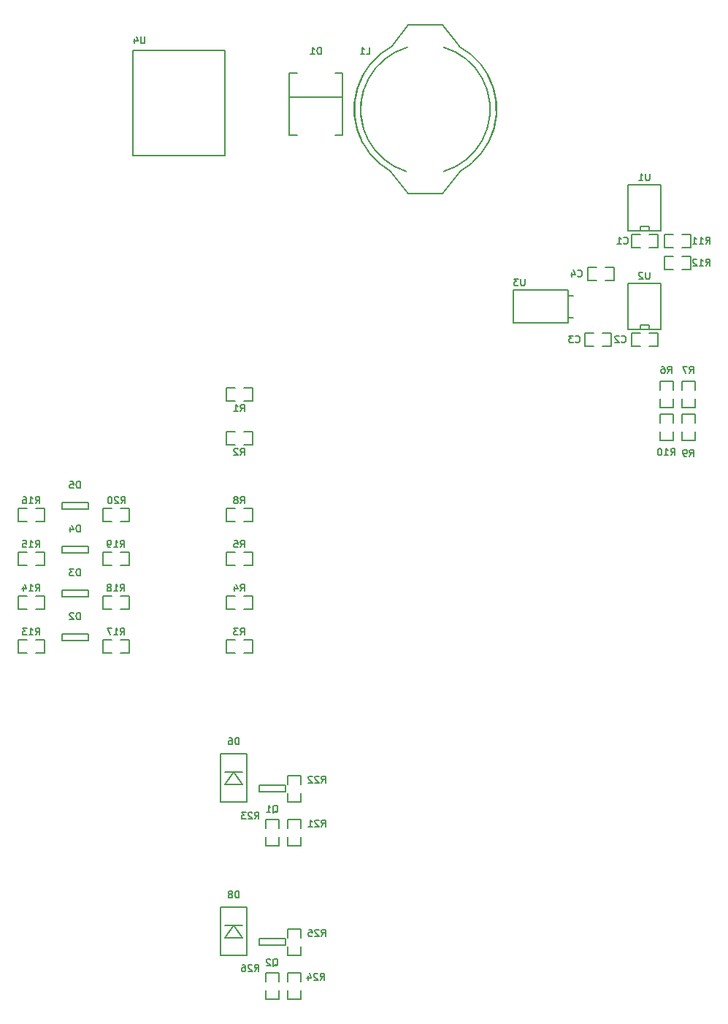
<source format=gbr>
G04 #@! TF.FileFunction,Legend,Bot*
%FSLAX46Y46*%
G04 Gerber Fmt 4.6, Leading zero omitted, Abs format (unit mm)*
G04 Created by KiCad (PCBNEW no-vcs-found) date Sun Dec 11 09:55:06 2016*
%MOMM*%
%LPD*%
G01*
G04 APERTURE LIST*
%ADD10C,0.100000*%
%ADD11C,0.150000*%
G04 APERTURE END LIST*
D10*
D11*
X182118000Y-64262000D02*
X183134000Y-64262000D01*
X183134000Y-64262000D02*
X183134000Y-62738000D01*
X183134000Y-62738000D02*
X182118000Y-62738000D01*
X181102000Y-62738000D02*
X180086000Y-62738000D01*
X180086000Y-62738000D02*
X180086000Y-64262000D01*
X180086000Y-64262000D02*
X181102000Y-64262000D01*
X180086000Y-75692000D02*
X181102000Y-75692000D01*
X180086000Y-74168000D02*
X180086000Y-75692000D01*
X181102000Y-74168000D02*
X180086000Y-74168000D01*
X183134000Y-74168000D02*
X182118000Y-74168000D01*
X183134000Y-75692000D02*
X183134000Y-74168000D01*
X182118000Y-75692000D02*
X183134000Y-75692000D01*
X174688500Y-75692000D02*
X175704500Y-75692000D01*
X174688500Y-74168000D02*
X174688500Y-75692000D01*
X175704500Y-74168000D02*
X174688500Y-74168000D01*
X177736500Y-74168000D02*
X176720500Y-74168000D01*
X177736500Y-75692000D02*
X177736500Y-74168000D01*
X176720500Y-75692000D02*
X177736500Y-75692000D01*
X177038000Y-68072000D02*
X178054000Y-68072000D01*
X178054000Y-68072000D02*
X178054000Y-66548000D01*
X178054000Y-66548000D02*
X177038000Y-66548000D01*
X176022000Y-66548000D02*
X175006000Y-66548000D01*
X175006000Y-66548000D02*
X175006000Y-68072000D01*
X175006000Y-68072000D02*
X176022000Y-68072000D01*
X146608800Y-46824900D02*
X140411200Y-46824900D01*
X146608800Y-44025820D02*
X145709640Y-44025820D01*
X140411200Y-44025820D02*
X141310360Y-44025820D01*
X140411200Y-51224180D02*
X141310360Y-51224180D01*
X146608800Y-51224180D02*
X145709640Y-51224180D01*
X146608800Y-44025820D02*
X146608800Y-51224180D01*
X140411200Y-51224180D02*
X140411200Y-44025820D01*
X117094000Y-109855000D02*
X117094000Y-109093000D01*
X114046000Y-109855000D02*
X117094000Y-109855000D01*
X114046000Y-109093000D02*
X114046000Y-109855000D01*
X117094000Y-109093000D02*
X114046000Y-109093000D01*
X117094000Y-104013000D02*
X114046000Y-104013000D01*
X114046000Y-104013000D02*
X114046000Y-104775000D01*
X114046000Y-104775000D02*
X117094000Y-104775000D01*
X117094000Y-104775000D02*
X117094000Y-104013000D01*
X117094000Y-99695000D02*
X117094000Y-98933000D01*
X114046000Y-99695000D02*
X117094000Y-99695000D01*
X114046000Y-98933000D02*
X114046000Y-99695000D01*
X117094000Y-98933000D02*
X114046000Y-98933000D01*
X117094000Y-93853000D02*
X114046000Y-93853000D01*
X114046000Y-93853000D02*
X114046000Y-94615000D01*
X114046000Y-94615000D02*
X117094000Y-94615000D01*
X117094000Y-94615000D02*
X117094000Y-93853000D01*
X132461000Y-122936000D02*
X132461000Y-128524000D01*
X135509000Y-128524000D02*
X135509000Y-122936000D01*
X132461000Y-128524000D02*
X135509000Y-128524000D01*
X135509000Y-122936000D02*
X132461000Y-122936000D01*
X135001000Y-125095000D02*
X132969000Y-125095000D01*
X135001000Y-126492000D02*
X132969000Y-126492000D01*
X132969000Y-126492000D02*
X133985000Y-125095000D01*
X133985000Y-125095000D02*
X135001000Y-126492000D01*
X133985000Y-142875000D02*
X135001000Y-144272000D01*
X132969000Y-144272000D02*
X133985000Y-142875000D01*
X135001000Y-144272000D02*
X132969000Y-144272000D01*
X135001000Y-142875000D02*
X132969000Y-142875000D01*
X135509000Y-140716000D02*
X132461000Y-140716000D01*
X132461000Y-146304000D02*
X135509000Y-146304000D01*
X135509000Y-146304000D02*
X135509000Y-140716000D01*
X132461000Y-140716000D02*
X132461000Y-146304000D01*
X158208980Y-38460680D02*
X160108900Y-40960040D01*
X152311100Y-40960040D02*
X154211020Y-38460680D01*
X160108900Y-40960040D02*
G75*
G02X163509960Y-52158900I-3898900J-7299960D01*
G01*
X160210500Y-55460900D02*
X158208980Y-58059320D01*
X154211020Y-58059320D02*
X152209500Y-55460900D01*
X152209500Y-55460900D02*
G75*
G02X149009100Y-44259500I4000500J7200900D01*
G01*
X163410900Y-44259500D02*
G75*
G02X160210500Y-55460900I-7200900J-4000500D01*
G01*
X148910040Y-52158900D02*
G75*
G02X152311100Y-40960040I7299960J3898900D01*
G01*
X158208980Y-38460680D02*
X154211020Y-38460680D01*
X158208980Y-58059320D02*
X154211020Y-58059320D01*
X163410900Y-46159420D02*
G75*
G02X158310580Y-55460900I-7200900J-2100580D01*
G01*
X158310580Y-41059100D02*
G75*
G02X163410900Y-50360580I-2100580J-7200900D01*
G01*
X154010360Y-55460900D02*
G75*
G02X149009100Y-46060360I2199640J7200900D01*
G01*
X149009100Y-50360580D02*
G75*
G02X154109420Y-41059100I7200900J2100580D01*
G01*
X136906000Y-126619000D02*
X136906000Y-127381000D01*
X139954000Y-126619000D02*
X136906000Y-126619000D01*
X139954000Y-127381000D02*
X139954000Y-126619000D01*
X136906000Y-127381000D02*
X139954000Y-127381000D01*
X136906000Y-145161000D02*
X139954000Y-145161000D01*
X139954000Y-145161000D02*
X139954000Y-144399000D01*
X139954000Y-144399000D02*
X136906000Y-144399000D01*
X136906000Y-144399000D02*
X136906000Y-145161000D01*
X134112000Y-80518000D02*
X133096000Y-80518000D01*
X133096000Y-80518000D02*
X133096000Y-82042000D01*
X133096000Y-82042000D02*
X134112000Y-82042000D01*
X135128000Y-82042000D02*
X136144000Y-82042000D01*
X136144000Y-82042000D02*
X136144000Y-80518000D01*
X136144000Y-80518000D02*
X135128000Y-80518000D01*
X136144000Y-85598000D02*
X135128000Y-85598000D01*
X136144000Y-87122000D02*
X136144000Y-85598000D01*
X135128000Y-87122000D02*
X136144000Y-87122000D01*
X133096000Y-87122000D02*
X134112000Y-87122000D01*
X133096000Y-85598000D02*
X133096000Y-87122000D01*
X134112000Y-85598000D02*
X133096000Y-85598000D01*
X133096000Y-111252000D02*
X134112000Y-111252000D01*
X133096000Y-109728000D02*
X133096000Y-111252000D01*
X134112000Y-109728000D02*
X133096000Y-109728000D01*
X136144000Y-109728000D02*
X135128000Y-109728000D01*
X136144000Y-111252000D02*
X136144000Y-109728000D01*
X135128000Y-111252000D02*
X136144000Y-111252000D01*
X133096000Y-106172000D02*
X134112000Y-106172000D01*
X133096000Y-104648000D02*
X133096000Y-106172000D01*
X134112000Y-104648000D02*
X133096000Y-104648000D01*
X136144000Y-104648000D02*
X135128000Y-104648000D01*
X136144000Y-106172000D02*
X136144000Y-104648000D01*
X135128000Y-106172000D02*
X136144000Y-106172000D01*
X135128000Y-101092000D02*
X136144000Y-101092000D01*
X136144000Y-101092000D02*
X136144000Y-99568000D01*
X136144000Y-99568000D02*
X135128000Y-99568000D01*
X134112000Y-99568000D02*
X133096000Y-99568000D01*
X133096000Y-99568000D02*
X133096000Y-101092000D01*
X133096000Y-101092000D02*
X134112000Y-101092000D01*
X184912000Y-80772000D02*
X184912000Y-79756000D01*
X184912000Y-79756000D02*
X183388000Y-79756000D01*
X183388000Y-79756000D02*
X183388000Y-80772000D01*
X183388000Y-81788000D02*
X183388000Y-82804000D01*
X183388000Y-82804000D02*
X184912000Y-82804000D01*
X184912000Y-82804000D02*
X184912000Y-81788000D01*
X187452000Y-82804000D02*
X187452000Y-81788000D01*
X185928000Y-82804000D02*
X187452000Y-82804000D01*
X185928000Y-81788000D02*
X185928000Y-82804000D01*
X185928000Y-79756000D02*
X185928000Y-80772000D01*
X187452000Y-79756000D02*
X185928000Y-79756000D01*
X187452000Y-80772000D02*
X187452000Y-79756000D01*
X135128000Y-96012000D02*
X136144000Y-96012000D01*
X136144000Y-96012000D02*
X136144000Y-94488000D01*
X136144000Y-94488000D02*
X135128000Y-94488000D01*
X134112000Y-94488000D02*
X133096000Y-94488000D01*
X133096000Y-94488000D02*
X133096000Y-96012000D01*
X133096000Y-96012000D02*
X134112000Y-96012000D01*
X187452000Y-86614000D02*
X187452000Y-85598000D01*
X185928000Y-86614000D02*
X187452000Y-86614000D01*
X185928000Y-85598000D02*
X185928000Y-86614000D01*
X185928000Y-83566000D02*
X185928000Y-84582000D01*
X187452000Y-83566000D02*
X185928000Y-83566000D01*
X187452000Y-84582000D02*
X187452000Y-83566000D01*
X184912000Y-86614000D02*
X184912000Y-85598000D01*
X183388000Y-86614000D02*
X184912000Y-86614000D01*
X183388000Y-85598000D02*
X183388000Y-86614000D01*
X183388000Y-83566000D02*
X183388000Y-84582000D01*
X184912000Y-83566000D02*
X183388000Y-83566000D01*
X184912000Y-84582000D02*
X184912000Y-83566000D01*
X186944000Y-62738000D02*
X185928000Y-62738000D01*
X186944000Y-64262000D02*
X186944000Y-62738000D01*
X185928000Y-64262000D02*
X186944000Y-64262000D01*
X183896000Y-64262000D02*
X184912000Y-64262000D01*
X183896000Y-62738000D02*
X183896000Y-64262000D01*
X184912000Y-62738000D02*
X183896000Y-62738000D01*
X184912000Y-65278000D02*
X183896000Y-65278000D01*
X183896000Y-65278000D02*
X183896000Y-66802000D01*
X183896000Y-66802000D02*
X184912000Y-66802000D01*
X185928000Y-66802000D02*
X186944000Y-66802000D01*
X186944000Y-66802000D02*
X186944000Y-65278000D01*
X186944000Y-65278000D02*
X185928000Y-65278000D01*
X112014000Y-109728000D02*
X110998000Y-109728000D01*
X112014000Y-111252000D02*
X112014000Y-109728000D01*
X110998000Y-111252000D02*
X112014000Y-111252000D01*
X108966000Y-111252000D02*
X109982000Y-111252000D01*
X108966000Y-109728000D02*
X108966000Y-111252000D01*
X109982000Y-109728000D02*
X108966000Y-109728000D01*
X109982000Y-104648000D02*
X108966000Y-104648000D01*
X108966000Y-104648000D02*
X108966000Y-106172000D01*
X108966000Y-106172000D02*
X109982000Y-106172000D01*
X110998000Y-106172000D02*
X112014000Y-106172000D01*
X112014000Y-106172000D02*
X112014000Y-104648000D01*
X112014000Y-104648000D02*
X110998000Y-104648000D01*
X112014000Y-99568000D02*
X110998000Y-99568000D01*
X112014000Y-101092000D02*
X112014000Y-99568000D01*
X110998000Y-101092000D02*
X112014000Y-101092000D01*
X108966000Y-101092000D02*
X109982000Y-101092000D01*
X108966000Y-99568000D02*
X108966000Y-101092000D01*
X109982000Y-99568000D02*
X108966000Y-99568000D01*
X112014000Y-94488000D02*
X110998000Y-94488000D01*
X112014000Y-96012000D02*
X112014000Y-94488000D01*
X110998000Y-96012000D02*
X112014000Y-96012000D01*
X108966000Y-96012000D02*
X109982000Y-96012000D01*
X108966000Y-94488000D02*
X108966000Y-96012000D01*
X109982000Y-94488000D02*
X108966000Y-94488000D01*
X120840500Y-111252000D02*
X121856500Y-111252000D01*
X121856500Y-111252000D02*
X121856500Y-109728000D01*
X121856500Y-109728000D02*
X120840500Y-109728000D01*
X119824500Y-109728000D02*
X118808500Y-109728000D01*
X118808500Y-109728000D02*
X118808500Y-111252000D01*
X118808500Y-111252000D02*
X119824500Y-111252000D01*
X120840500Y-106172000D02*
X121856500Y-106172000D01*
X121856500Y-106172000D02*
X121856500Y-104648000D01*
X121856500Y-104648000D02*
X120840500Y-104648000D01*
X119824500Y-104648000D02*
X118808500Y-104648000D01*
X118808500Y-104648000D02*
X118808500Y-106172000D01*
X118808500Y-106172000D02*
X119824500Y-106172000D01*
X120840500Y-101092000D02*
X121856500Y-101092000D01*
X121856500Y-101092000D02*
X121856500Y-99568000D01*
X121856500Y-99568000D02*
X120840500Y-99568000D01*
X119824500Y-99568000D02*
X118808500Y-99568000D01*
X118808500Y-99568000D02*
X118808500Y-101092000D01*
X118808500Y-101092000D02*
X119824500Y-101092000D01*
X118808500Y-96012000D02*
X119824500Y-96012000D01*
X118808500Y-94488000D02*
X118808500Y-96012000D01*
X119824500Y-94488000D02*
X118808500Y-94488000D01*
X121856500Y-94488000D02*
X120840500Y-94488000D01*
X121856500Y-96012000D02*
X121856500Y-94488000D01*
X120840500Y-96012000D02*
X121856500Y-96012000D01*
X140208000Y-132588000D02*
X140208000Y-133604000D01*
X140208000Y-133604000D02*
X141732000Y-133604000D01*
X141732000Y-133604000D02*
X141732000Y-132588000D01*
X141732000Y-131572000D02*
X141732000Y-130556000D01*
X141732000Y-130556000D02*
X140208000Y-130556000D01*
X140208000Y-130556000D02*
X140208000Y-131572000D01*
X140208000Y-125476000D02*
X140208000Y-126492000D01*
X141732000Y-125476000D02*
X140208000Y-125476000D01*
X141732000Y-126492000D02*
X141732000Y-125476000D01*
X141732000Y-128524000D02*
X141732000Y-127508000D01*
X140208000Y-128524000D02*
X141732000Y-128524000D01*
X140208000Y-127508000D02*
X140208000Y-128524000D01*
X137668000Y-130556000D02*
X137668000Y-131572000D01*
X139192000Y-130556000D02*
X137668000Y-130556000D01*
X139192000Y-131572000D02*
X139192000Y-130556000D01*
X139192000Y-133604000D02*
X139192000Y-132588000D01*
X137668000Y-133604000D02*
X139192000Y-133604000D01*
X137668000Y-132588000D02*
X137668000Y-133604000D01*
X140208000Y-150368000D02*
X140208000Y-151384000D01*
X140208000Y-151384000D02*
X141732000Y-151384000D01*
X141732000Y-151384000D02*
X141732000Y-150368000D01*
X141732000Y-149352000D02*
X141732000Y-148336000D01*
X141732000Y-148336000D02*
X140208000Y-148336000D01*
X140208000Y-148336000D02*
X140208000Y-149352000D01*
X140208000Y-145288000D02*
X140208000Y-146304000D01*
X140208000Y-146304000D02*
X141732000Y-146304000D01*
X141732000Y-146304000D02*
X141732000Y-145288000D01*
X141732000Y-144272000D02*
X141732000Y-143256000D01*
X141732000Y-143256000D02*
X140208000Y-143256000D01*
X140208000Y-143256000D02*
X140208000Y-144272000D01*
X137668000Y-150368000D02*
X137668000Y-151384000D01*
X137668000Y-151384000D02*
X139192000Y-151384000D01*
X139192000Y-151384000D02*
X139192000Y-150368000D01*
X139192000Y-149352000D02*
X139192000Y-148336000D01*
X139192000Y-148336000D02*
X137668000Y-148336000D01*
X137668000Y-148336000D02*
X137668000Y-149352000D01*
X183515000Y-57023000D02*
X179705000Y-57023000D01*
X181102000Y-61849000D02*
X181102000Y-62357000D01*
X182118000Y-61849000D02*
X181102000Y-61849000D01*
X182118000Y-62357000D02*
X182118000Y-61849000D01*
X183515000Y-62357000D02*
X179832000Y-62357000D01*
X183515000Y-57023000D02*
X183515000Y-62357000D01*
X179705000Y-62357000D02*
X179705000Y-57023000D01*
X179832000Y-62357000D02*
X179705000Y-62357000D01*
X179832000Y-73787000D02*
X179705000Y-73787000D01*
X179705000Y-73787000D02*
X179705000Y-68453000D01*
X183515000Y-68453000D02*
X183515000Y-73787000D01*
X183515000Y-73787000D02*
X179832000Y-73787000D01*
X182118000Y-73787000D02*
X182118000Y-73279000D01*
X182118000Y-73279000D02*
X181102000Y-73279000D01*
X181102000Y-73279000D02*
X181102000Y-73787000D01*
X183515000Y-68453000D02*
X179705000Y-68453000D01*
X172720000Y-69850000D02*
X173355000Y-69850000D01*
X172720000Y-72390000D02*
X173355000Y-72390000D01*
X166370000Y-73025000D02*
X172720000Y-73025000D01*
X172720000Y-73025000D02*
X172720000Y-69215000D01*
X172720000Y-69215000D02*
X166370000Y-69215000D01*
X166370000Y-69215000D02*
X166370000Y-73025000D01*
X122288000Y-53576000D02*
X132956000Y-53576000D01*
X132956000Y-53576000D02*
X132956000Y-41384000D01*
X132956000Y-41384000D02*
X122288000Y-41384000D01*
X122288000Y-41384000D02*
X122288000Y-53576000D01*
X179203333Y-63785714D02*
X179241428Y-63823809D01*
X179355714Y-63861904D01*
X179431904Y-63861904D01*
X179546190Y-63823809D01*
X179622380Y-63747619D01*
X179660476Y-63671428D01*
X179698571Y-63519047D01*
X179698571Y-63404761D01*
X179660476Y-63252380D01*
X179622380Y-63176190D01*
X179546190Y-63100000D01*
X179431904Y-63061904D01*
X179355714Y-63061904D01*
X179241428Y-63100000D01*
X179203333Y-63138095D01*
X178441428Y-63861904D02*
X178898571Y-63861904D01*
X178670000Y-63861904D02*
X178670000Y-63061904D01*
X178746190Y-63176190D01*
X178822380Y-63252380D01*
X178898571Y-63290476D01*
X178949333Y-75215714D02*
X178987428Y-75253809D01*
X179101714Y-75291904D01*
X179177904Y-75291904D01*
X179292190Y-75253809D01*
X179368380Y-75177619D01*
X179406476Y-75101428D01*
X179444571Y-74949047D01*
X179444571Y-74834761D01*
X179406476Y-74682380D01*
X179368380Y-74606190D01*
X179292190Y-74530000D01*
X179177904Y-74491904D01*
X179101714Y-74491904D01*
X178987428Y-74530000D01*
X178949333Y-74568095D01*
X178644571Y-74568095D02*
X178606476Y-74530000D01*
X178530285Y-74491904D01*
X178339809Y-74491904D01*
X178263619Y-74530000D01*
X178225523Y-74568095D01*
X178187428Y-74644285D01*
X178187428Y-74720476D01*
X178225523Y-74834761D01*
X178682666Y-75291904D01*
X178187428Y-75291904D01*
X173615333Y-75215714D02*
X173653428Y-75253809D01*
X173767714Y-75291904D01*
X173843904Y-75291904D01*
X173958190Y-75253809D01*
X174034380Y-75177619D01*
X174072476Y-75101428D01*
X174110571Y-74949047D01*
X174110571Y-74834761D01*
X174072476Y-74682380D01*
X174034380Y-74606190D01*
X173958190Y-74530000D01*
X173843904Y-74491904D01*
X173767714Y-74491904D01*
X173653428Y-74530000D01*
X173615333Y-74568095D01*
X173348666Y-74491904D02*
X172853428Y-74491904D01*
X173120095Y-74796666D01*
X173005809Y-74796666D01*
X172929619Y-74834761D01*
X172891523Y-74872857D01*
X172853428Y-74949047D01*
X172853428Y-75139523D01*
X172891523Y-75215714D01*
X172929619Y-75253809D01*
X173005809Y-75291904D01*
X173234380Y-75291904D01*
X173310571Y-75253809D01*
X173348666Y-75215714D01*
X173869333Y-67595714D02*
X173907428Y-67633809D01*
X174021714Y-67671904D01*
X174097904Y-67671904D01*
X174212190Y-67633809D01*
X174288380Y-67557619D01*
X174326476Y-67481428D01*
X174364571Y-67329047D01*
X174364571Y-67214761D01*
X174326476Y-67062380D01*
X174288380Y-66986190D01*
X174212190Y-66910000D01*
X174097904Y-66871904D01*
X174021714Y-66871904D01*
X173907428Y-66910000D01*
X173869333Y-66948095D01*
X173183619Y-67138571D02*
X173183619Y-67671904D01*
X173374095Y-66833809D02*
X173564571Y-67405238D01*
X173069333Y-67405238D01*
X144100476Y-41890904D02*
X144100476Y-41090904D01*
X143910000Y-41090904D01*
X143795714Y-41129000D01*
X143719523Y-41205190D01*
X143681428Y-41281380D01*
X143643333Y-41433761D01*
X143643333Y-41548047D01*
X143681428Y-41700428D01*
X143719523Y-41776619D01*
X143795714Y-41852809D01*
X143910000Y-41890904D01*
X144100476Y-41890904D01*
X142881428Y-41890904D02*
X143338571Y-41890904D01*
X143110000Y-41890904D02*
X143110000Y-41090904D01*
X143186190Y-41205190D01*
X143262380Y-41281380D01*
X143338571Y-41319476D01*
X116160476Y-107422904D02*
X116160476Y-106622904D01*
X115970000Y-106622904D01*
X115855714Y-106661000D01*
X115779523Y-106737190D01*
X115741428Y-106813380D01*
X115703333Y-106965761D01*
X115703333Y-107080047D01*
X115741428Y-107232428D01*
X115779523Y-107308619D01*
X115855714Y-107384809D01*
X115970000Y-107422904D01*
X116160476Y-107422904D01*
X115398571Y-106699095D02*
X115360476Y-106661000D01*
X115284285Y-106622904D01*
X115093809Y-106622904D01*
X115017619Y-106661000D01*
X114979523Y-106699095D01*
X114941428Y-106775285D01*
X114941428Y-106851476D01*
X114979523Y-106965761D01*
X115436666Y-107422904D01*
X114941428Y-107422904D01*
X116160476Y-102342904D02*
X116160476Y-101542904D01*
X115970000Y-101542904D01*
X115855714Y-101581000D01*
X115779523Y-101657190D01*
X115741428Y-101733380D01*
X115703333Y-101885761D01*
X115703333Y-102000047D01*
X115741428Y-102152428D01*
X115779523Y-102228619D01*
X115855714Y-102304809D01*
X115970000Y-102342904D01*
X116160476Y-102342904D01*
X115436666Y-101542904D02*
X114941428Y-101542904D01*
X115208095Y-101847666D01*
X115093809Y-101847666D01*
X115017619Y-101885761D01*
X114979523Y-101923857D01*
X114941428Y-102000047D01*
X114941428Y-102190523D01*
X114979523Y-102266714D01*
X115017619Y-102304809D01*
X115093809Y-102342904D01*
X115322380Y-102342904D01*
X115398571Y-102304809D01*
X115436666Y-102266714D01*
X116160476Y-97262904D02*
X116160476Y-96462904D01*
X115970000Y-96462904D01*
X115855714Y-96501000D01*
X115779523Y-96577190D01*
X115741428Y-96653380D01*
X115703333Y-96805761D01*
X115703333Y-96920047D01*
X115741428Y-97072428D01*
X115779523Y-97148619D01*
X115855714Y-97224809D01*
X115970000Y-97262904D01*
X116160476Y-97262904D01*
X115017619Y-96729571D02*
X115017619Y-97262904D01*
X115208095Y-96424809D02*
X115398571Y-96996238D01*
X114903333Y-96996238D01*
X116160476Y-92182904D02*
X116160476Y-91382904D01*
X115970000Y-91382904D01*
X115855714Y-91421000D01*
X115779523Y-91497190D01*
X115741428Y-91573380D01*
X115703333Y-91725761D01*
X115703333Y-91840047D01*
X115741428Y-91992428D01*
X115779523Y-92068619D01*
X115855714Y-92144809D01*
X115970000Y-92182904D01*
X116160476Y-92182904D01*
X114979523Y-91382904D02*
X115360476Y-91382904D01*
X115398571Y-91763857D01*
X115360476Y-91725761D01*
X115284285Y-91687666D01*
X115093809Y-91687666D01*
X115017619Y-91725761D01*
X114979523Y-91763857D01*
X114941428Y-91840047D01*
X114941428Y-92030523D01*
X114979523Y-92106714D01*
X115017619Y-92144809D01*
X115093809Y-92182904D01*
X115284285Y-92182904D01*
X115360476Y-92144809D01*
X115398571Y-92106714D01*
X134575476Y-121900904D02*
X134575476Y-121100904D01*
X134385000Y-121100904D01*
X134270714Y-121139000D01*
X134194523Y-121215190D01*
X134156428Y-121291380D01*
X134118333Y-121443761D01*
X134118333Y-121558047D01*
X134156428Y-121710428D01*
X134194523Y-121786619D01*
X134270714Y-121862809D01*
X134385000Y-121900904D01*
X134575476Y-121900904D01*
X133432619Y-121100904D02*
X133585000Y-121100904D01*
X133661190Y-121139000D01*
X133699285Y-121177095D01*
X133775476Y-121291380D01*
X133813571Y-121443761D01*
X133813571Y-121748523D01*
X133775476Y-121824714D01*
X133737380Y-121862809D01*
X133661190Y-121900904D01*
X133508809Y-121900904D01*
X133432619Y-121862809D01*
X133394523Y-121824714D01*
X133356428Y-121748523D01*
X133356428Y-121558047D01*
X133394523Y-121481857D01*
X133432619Y-121443761D01*
X133508809Y-121405666D01*
X133661190Y-121405666D01*
X133737380Y-121443761D01*
X133775476Y-121481857D01*
X133813571Y-121558047D01*
X134575476Y-139680904D02*
X134575476Y-138880904D01*
X134385000Y-138880904D01*
X134270714Y-138919000D01*
X134194523Y-138995190D01*
X134156428Y-139071380D01*
X134118333Y-139223761D01*
X134118333Y-139338047D01*
X134156428Y-139490428D01*
X134194523Y-139566619D01*
X134270714Y-139642809D01*
X134385000Y-139680904D01*
X134575476Y-139680904D01*
X133661190Y-139223761D02*
X133737380Y-139185666D01*
X133775476Y-139147571D01*
X133813571Y-139071380D01*
X133813571Y-139033285D01*
X133775476Y-138957095D01*
X133737380Y-138919000D01*
X133661190Y-138880904D01*
X133508809Y-138880904D01*
X133432619Y-138919000D01*
X133394523Y-138957095D01*
X133356428Y-139033285D01*
X133356428Y-139071380D01*
X133394523Y-139147571D01*
X133432619Y-139185666D01*
X133508809Y-139223761D01*
X133661190Y-139223761D01*
X133737380Y-139261857D01*
X133775476Y-139299952D01*
X133813571Y-139376142D01*
X133813571Y-139528523D01*
X133775476Y-139604714D01*
X133737380Y-139642809D01*
X133661190Y-139680904D01*
X133508809Y-139680904D01*
X133432619Y-139642809D01*
X133394523Y-139604714D01*
X133356428Y-139528523D01*
X133356428Y-139376142D01*
X133394523Y-139299952D01*
X133432619Y-139261857D01*
X133508809Y-139223761D01*
X149358333Y-41890904D02*
X149739285Y-41890904D01*
X149739285Y-41090904D01*
X148672619Y-41890904D02*
X149129761Y-41890904D01*
X148901190Y-41890904D02*
X148901190Y-41090904D01*
X148977380Y-41205190D01*
X149053571Y-41281380D01*
X149129761Y-41319476D01*
X138506190Y-129851095D02*
X138582380Y-129813000D01*
X138658571Y-129736809D01*
X138772857Y-129622523D01*
X138849047Y-129584428D01*
X138925238Y-129584428D01*
X138887142Y-129774904D02*
X138963333Y-129736809D01*
X139039523Y-129660619D01*
X139077619Y-129508238D01*
X139077619Y-129241571D01*
X139039523Y-129089190D01*
X138963333Y-129013000D01*
X138887142Y-128974904D01*
X138734761Y-128974904D01*
X138658571Y-129013000D01*
X138582380Y-129089190D01*
X138544285Y-129241571D01*
X138544285Y-129508238D01*
X138582380Y-129660619D01*
X138658571Y-129736809D01*
X138734761Y-129774904D01*
X138887142Y-129774904D01*
X137782380Y-129774904D02*
X138239523Y-129774904D01*
X138010952Y-129774904D02*
X138010952Y-128974904D01*
X138087142Y-129089190D01*
X138163333Y-129165380D01*
X138239523Y-129203476D01*
X138506190Y-147631095D02*
X138582380Y-147593000D01*
X138658571Y-147516809D01*
X138772857Y-147402523D01*
X138849047Y-147364428D01*
X138925238Y-147364428D01*
X138887142Y-147554904D02*
X138963333Y-147516809D01*
X139039523Y-147440619D01*
X139077619Y-147288238D01*
X139077619Y-147021571D01*
X139039523Y-146869190D01*
X138963333Y-146793000D01*
X138887142Y-146754904D01*
X138734761Y-146754904D01*
X138658571Y-146793000D01*
X138582380Y-146869190D01*
X138544285Y-147021571D01*
X138544285Y-147288238D01*
X138582380Y-147440619D01*
X138658571Y-147516809D01*
X138734761Y-147554904D01*
X138887142Y-147554904D01*
X138239523Y-146831095D02*
X138201428Y-146793000D01*
X138125238Y-146754904D01*
X137934761Y-146754904D01*
X137858571Y-146793000D01*
X137820476Y-146831095D01*
X137782380Y-146907285D01*
X137782380Y-146983476D01*
X137820476Y-147097761D01*
X138277619Y-147554904D01*
X137782380Y-147554904D01*
X134753333Y-83292904D02*
X135020000Y-82911952D01*
X135210476Y-83292904D02*
X135210476Y-82492904D01*
X134905714Y-82492904D01*
X134829523Y-82531000D01*
X134791428Y-82569095D01*
X134753333Y-82645285D01*
X134753333Y-82759571D01*
X134791428Y-82835761D01*
X134829523Y-82873857D01*
X134905714Y-82911952D01*
X135210476Y-82911952D01*
X133991428Y-83292904D02*
X134448571Y-83292904D01*
X134220000Y-83292904D02*
X134220000Y-82492904D01*
X134296190Y-82607190D01*
X134372380Y-82683380D01*
X134448571Y-82721476D01*
X134753333Y-88372904D02*
X135020000Y-87991952D01*
X135210476Y-88372904D02*
X135210476Y-87572904D01*
X134905714Y-87572904D01*
X134829523Y-87611000D01*
X134791428Y-87649095D01*
X134753333Y-87725285D01*
X134753333Y-87839571D01*
X134791428Y-87915761D01*
X134829523Y-87953857D01*
X134905714Y-87991952D01*
X135210476Y-87991952D01*
X134448571Y-87649095D02*
X134410476Y-87611000D01*
X134334285Y-87572904D01*
X134143809Y-87572904D01*
X134067619Y-87611000D01*
X134029523Y-87649095D01*
X133991428Y-87725285D01*
X133991428Y-87801476D01*
X134029523Y-87915761D01*
X134486666Y-88372904D01*
X133991428Y-88372904D01*
X134753333Y-109200904D02*
X135020000Y-108819952D01*
X135210476Y-109200904D02*
X135210476Y-108400904D01*
X134905714Y-108400904D01*
X134829523Y-108439000D01*
X134791428Y-108477095D01*
X134753333Y-108553285D01*
X134753333Y-108667571D01*
X134791428Y-108743761D01*
X134829523Y-108781857D01*
X134905714Y-108819952D01*
X135210476Y-108819952D01*
X134486666Y-108400904D02*
X133991428Y-108400904D01*
X134258095Y-108705666D01*
X134143809Y-108705666D01*
X134067619Y-108743761D01*
X134029523Y-108781857D01*
X133991428Y-108858047D01*
X133991428Y-109048523D01*
X134029523Y-109124714D01*
X134067619Y-109162809D01*
X134143809Y-109200904D01*
X134372380Y-109200904D01*
X134448571Y-109162809D01*
X134486666Y-109124714D01*
X134753333Y-104120904D02*
X135020000Y-103739952D01*
X135210476Y-104120904D02*
X135210476Y-103320904D01*
X134905714Y-103320904D01*
X134829523Y-103359000D01*
X134791428Y-103397095D01*
X134753333Y-103473285D01*
X134753333Y-103587571D01*
X134791428Y-103663761D01*
X134829523Y-103701857D01*
X134905714Y-103739952D01*
X135210476Y-103739952D01*
X134067619Y-103587571D02*
X134067619Y-104120904D01*
X134258095Y-103282809D02*
X134448571Y-103854238D01*
X133953333Y-103854238D01*
X134753333Y-99040904D02*
X135020000Y-98659952D01*
X135210476Y-99040904D02*
X135210476Y-98240904D01*
X134905714Y-98240904D01*
X134829523Y-98279000D01*
X134791428Y-98317095D01*
X134753333Y-98393285D01*
X134753333Y-98507571D01*
X134791428Y-98583761D01*
X134829523Y-98621857D01*
X134905714Y-98659952D01*
X135210476Y-98659952D01*
X134029523Y-98240904D02*
X134410476Y-98240904D01*
X134448571Y-98621857D01*
X134410476Y-98583761D01*
X134334285Y-98545666D01*
X134143809Y-98545666D01*
X134067619Y-98583761D01*
X134029523Y-98621857D01*
X133991428Y-98698047D01*
X133991428Y-98888523D01*
X134029523Y-98964714D01*
X134067619Y-99002809D01*
X134143809Y-99040904D01*
X134334285Y-99040904D01*
X134410476Y-99002809D01*
X134448571Y-98964714D01*
X184283333Y-78847904D02*
X184550000Y-78466952D01*
X184740476Y-78847904D02*
X184740476Y-78047904D01*
X184435714Y-78047904D01*
X184359523Y-78086000D01*
X184321428Y-78124095D01*
X184283333Y-78200285D01*
X184283333Y-78314571D01*
X184321428Y-78390761D01*
X184359523Y-78428857D01*
X184435714Y-78466952D01*
X184740476Y-78466952D01*
X183597619Y-78047904D02*
X183750000Y-78047904D01*
X183826190Y-78086000D01*
X183864285Y-78124095D01*
X183940476Y-78238380D01*
X183978571Y-78390761D01*
X183978571Y-78695523D01*
X183940476Y-78771714D01*
X183902380Y-78809809D01*
X183826190Y-78847904D01*
X183673809Y-78847904D01*
X183597619Y-78809809D01*
X183559523Y-78771714D01*
X183521428Y-78695523D01*
X183521428Y-78505047D01*
X183559523Y-78428857D01*
X183597619Y-78390761D01*
X183673809Y-78352666D01*
X183826190Y-78352666D01*
X183902380Y-78390761D01*
X183940476Y-78428857D01*
X183978571Y-78505047D01*
X186823333Y-78847904D02*
X187090000Y-78466952D01*
X187280476Y-78847904D02*
X187280476Y-78047904D01*
X186975714Y-78047904D01*
X186899523Y-78086000D01*
X186861428Y-78124095D01*
X186823333Y-78200285D01*
X186823333Y-78314571D01*
X186861428Y-78390761D01*
X186899523Y-78428857D01*
X186975714Y-78466952D01*
X187280476Y-78466952D01*
X186556666Y-78047904D02*
X186023333Y-78047904D01*
X186366190Y-78847904D01*
X134753333Y-93960904D02*
X135020000Y-93579952D01*
X135210476Y-93960904D02*
X135210476Y-93160904D01*
X134905714Y-93160904D01*
X134829523Y-93199000D01*
X134791428Y-93237095D01*
X134753333Y-93313285D01*
X134753333Y-93427571D01*
X134791428Y-93503761D01*
X134829523Y-93541857D01*
X134905714Y-93579952D01*
X135210476Y-93579952D01*
X134296190Y-93503761D02*
X134372380Y-93465666D01*
X134410476Y-93427571D01*
X134448571Y-93351380D01*
X134448571Y-93313285D01*
X134410476Y-93237095D01*
X134372380Y-93199000D01*
X134296190Y-93160904D01*
X134143809Y-93160904D01*
X134067619Y-93199000D01*
X134029523Y-93237095D01*
X133991428Y-93313285D01*
X133991428Y-93351380D01*
X134029523Y-93427571D01*
X134067619Y-93465666D01*
X134143809Y-93503761D01*
X134296190Y-93503761D01*
X134372380Y-93541857D01*
X134410476Y-93579952D01*
X134448571Y-93656142D01*
X134448571Y-93808523D01*
X134410476Y-93884714D01*
X134372380Y-93922809D01*
X134296190Y-93960904D01*
X134143809Y-93960904D01*
X134067619Y-93922809D01*
X134029523Y-93884714D01*
X133991428Y-93808523D01*
X133991428Y-93656142D01*
X134029523Y-93579952D01*
X134067619Y-93541857D01*
X134143809Y-93503761D01*
X186823333Y-88499904D02*
X187090000Y-88118952D01*
X187280476Y-88499904D02*
X187280476Y-87699904D01*
X186975714Y-87699904D01*
X186899523Y-87738000D01*
X186861428Y-87776095D01*
X186823333Y-87852285D01*
X186823333Y-87966571D01*
X186861428Y-88042761D01*
X186899523Y-88080857D01*
X186975714Y-88118952D01*
X187280476Y-88118952D01*
X186442380Y-88499904D02*
X186290000Y-88499904D01*
X186213809Y-88461809D01*
X186175714Y-88423714D01*
X186099523Y-88309428D01*
X186061428Y-88157047D01*
X186061428Y-87852285D01*
X186099523Y-87776095D01*
X186137619Y-87738000D01*
X186213809Y-87699904D01*
X186366190Y-87699904D01*
X186442380Y-87738000D01*
X186480476Y-87776095D01*
X186518571Y-87852285D01*
X186518571Y-88042761D01*
X186480476Y-88118952D01*
X186442380Y-88157047D01*
X186366190Y-88195142D01*
X186213809Y-88195142D01*
X186137619Y-88157047D01*
X186099523Y-88118952D01*
X186061428Y-88042761D01*
X184664285Y-88372904D02*
X184930952Y-87991952D01*
X185121428Y-88372904D02*
X185121428Y-87572904D01*
X184816666Y-87572904D01*
X184740476Y-87611000D01*
X184702380Y-87649095D01*
X184664285Y-87725285D01*
X184664285Y-87839571D01*
X184702380Y-87915761D01*
X184740476Y-87953857D01*
X184816666Y-87991952D01*
X185121428Y-87991952D01*
X183902380Y-88372904D02*
X184359523Y-88372904D01*
X184130952Y-88372904D02*
X184130952Y-87572904D01*
X184207142Y-87687190D01*
X184283333Y-87763380D01*
X184359523Y-87801476D01*
X183407142Y-87572904D02*
X183330952Y-87572904D01*
X183254761Y-87611000D01*
X183216666Y-87649095D01*
X183178571Y-87725285D01*
X183140476Y-87877666D01*
X183140476Y-88068142D01*
X183178571Y-88220523D01*
X183216666Y-88296714D01*
X183254761Y-88334809D01*
X183330952Y-88372904D01*
X183407142Y-88372904D01*
X183483333Y-88334809D01*
X183521428Y-88296714D01*
X183559523Y-88220523D01*
X183597619Y-88068142D01*
X183597619Y-87877666D01*
X183559523Y-87725285D01*
X183521428Y-87649095D01*
X183483333Y-87611000D01*
X183407142Y-87572904D01*
X188728285Y-63861904D02*
X188994952Y-63480952D01*
X189185428Y-63861904D02*
X189185428Y-63061904D01*
X188880666Y-63061904D01*
X188804476Y-63100000D01*
X188766380Y-63138095D01*
X188728285Y-63214285D01*
X188728285Y-63328571D01*
X188766380Y-63404761D01*
X188804476Y-63442857D01*
X188880666Y-63480952D01*
X189185428Y-63480952D01*
X187966380Y-63861904D02*
X188423523Y-63861904D01*
X188194952Y-63861904D02*
X188194952Y-63061904D01*
X188271142Y-63176190D01*
X188347333Y-63252380D01*
X188423523Y-63290476D01*
X187204476Y-63861904D02*
X187661619Y-63861904D01*
X187433047Y-63861904D02*
X187433047Y-63061904D01*
X187509238Y-63176190D01*
X187585428Y-63252380D01*
X187661619Y-63290476D01*
X188728285Y-66401904D02*
X188994952Y-66020952D01*
X189185428Y-66401904D02*
X189185428Y-65601904D01*
X188880666Y-65601904D01*
X188804476Y-65640000D01*
X188766380Y-65678095D01*
X188728285Y-65754285D01*
X188728285Y-65868571D01*
X188766380Y-65944761D01*
X188804476Y-65982857D01*
X188880666Y-66020952D01*
X189185428Y-66020952D01*
X187966380Y-66401904D02*
X188423523Y-66401904D01*
X188194952Y-66401904D02*
X188194952Y-65601904D01*
X188271142Y-65716190D01*
X188347333Y-65792380D01*
X188423523Y-65830476D01*
X187661619Y-65678095D02*
X187623523Y-65640000D01*
X187547333Y-65601904D01*
X187356857Y-65601904D01*
X187280666Y-65640000D01*
X187242571Y-65678095D01*
X187204476Y-65754285D01*
X187204476Y-65830476D01*
X187242571Y-65944761D01*
X187699714Y-66401904D01*
X187204476Y-66401904D01*
X111004285Y-109200904D02*
X111270952Y-108819952D01*
X111461428Y-109200904D02*
X111461428Y-108400904D01*
X111156666Y-108400904D01*
X111080476Y-108439000D01*
X111042380Y-108477095D01*
X111004285Y-108553285D01*
X111004285Y-108667571D01*
X111042380Y-108743761D01*
X111080476Y-108781857D01*
X111156666Y-108819952D01*
X111461428Y-108819952D01*
X110242380Y-109200904D02*
X110699523Y-109200904D01*
X110470952Y-109200904D02*
X110470952Y-108400904D01*
X110547142Y-108515190D01*
X110623333Y-108591380D01*
X110699523Y-108629476D01*
X109975714Y-108400904D02*
X109480476Y-108400904D01*
X109747142Y-108705666D01*
X109632857Y-108705666D01*
X109556666Y-108743761D01*
X109518571Y-108781857D01*
X109480476Y-108858047D01*
X109480476Y-109048523D01*
X109518571Y-109124714D01*
X109556666Y-109162809D01*
X109632857Y-109200904D01*
X109861428Y-109200904D01*
X109937619Y-109162809D01*
X109975714Y-109124714D01*
X111004285Y-104120904D02*
X111270952Y-103739952D01*
X111461428Y-104120904D02*
X111461428Y-103320904D01*
X111156666Y-103320904D01*
X111080476Y-103359000D01*
X111042380Y-103397095D01*
X111004285Y-103473285D01*
X111004285Y-103587571D01*
X111042380Y-103663761D01*
X111080476Y-103701857D01*
X111156666Y-103739952D01*
X111461428Y-103739952D01*
X110242380Y-104120904D02*
X110699523Y-104120904D01*
X110470952Y-104120904D02*
X110470952Y-103320904D01*
X110547142Y-103435190D01*
X110623333Y-103511380D01*
X110699523Y-103549476D01*
X109556666Y-103587571D02*
X109556666Y-104120904D01*
X109747142Y-103282809D02*
X109937619Y-103854238D01*
X109442380Y-103854238D01*
X111004285Y-99040904D02*
X111270952Y-98659952D01*
X111461428Y-99040904D02*
X111461428Y-98240904D01*
X111156666Y-98240904D01*
X111080476Y-98279000D01*
X111042380Y-98317095D01*
X111004285Y-98393285D01*
X111004285Y-98507571D01*
X111042380Y-98583761D01*
X111080476Y-98621857D01*
X111156666Y-98659952D01*
X111461428Y-98659952D01*
X110242380Y-99040904D02*
X110699523Y-99040904D01*
X110470952Y-99040904D02*
X110470952Y-98240904D01*
X110547142Y-98355190D01*
X110623333Y-98431380D01*
X110699523Y-98469476D01*
X109518571Y-98240904D02*
X109899523Y-98240904D01*
X109937619Y-98621857D01*
X109899523Y-98583761D01*
X109823333Y-98545666D01*
X109632857Y-98545666D01*
X109556666Y-98583761D01*
X109518571Y-98621857D01*
X109480476Y-98698047D01*
X109480476Y-98888523D01*
X109518571Y-98964714D01*
X109556666Y-99002809D01*
X109632857Y-99040904D01*
X109823333Y-99040904D01*
X109899523Y-99002809D01*
X109937619Y-98964714D01*
X111004285Y-93960904D02*
X111270952Y-93579952D01*
X111461428Y-93960904D02*
X111461428Y-93160904D01*
X111156666Y-93160904D01*
X111080476Y-93199000D01*
X111042380Y-93237095D01*
X111004285Y-93313285D01*
X111004285Y-93427571D01*
X111042380Y-93503761D01*
X111080476Y-93541857D01*
X111156666Y-93579952D01*
X111461428Y-93579952D01*
X110242380Y-93960904D02*
X110699523Y-93960904D01*
X110470952Y-93960904D02*
X110470952Y-93160904D01*
X110547142Y-93275190D01*
X110623333Y-93351380D01*
X110699523Y-93389476D01*
X109556666Y-93160904D02*
X109709047Y-93160904D01*
X109785238Y-93199000D01*
X109823333Y-93237095D01*
X109899523Y-93351380D01*
X109937619Y-93503761D01*
X109937619Y-93808523D01*
X109899523Y-93884714D01*
X109861428Y-93922809D01*
X109785238Y-93960904D01*
X109632857Y-93960904D01*
X109556666Y-93922809D01*
X109518571Y-93884714D01*
X109480476Y-93808523D01*
X109480476Y-93618047D01*
X109518571Y-93541857D01*
X109556666Y-93503761D01*
X109632857Y-93465666D01*
X109785238Y-93465666D01*
X109861428Y-93503761D01*
X109899523Y-93541857D01*
X109937619Y-93618047D01*
X120846785Y-109200904D02*
X121113452Y-108819952D01*
X121303928Y-109200904D02*
X121303928Y-108400904D01*
X120999166Y-108400904D01*
X120922976Y-108439000D01*
X120884880Y-108477095D01*
X120846785Y-108553285D01*
X120846785Y-108667571D01*
X120884880Y-108743761D01*
X120922976Y-108781857D01*
X120999166Y-108819952D01*
X121303928Y-108819952D01*
X120084880Y-109200904D02*
X120542023Y-109200904D01*
X120313452Y-109200904D02*
X120313452Y-108400904D01*
X120389642Y-108515190D01*
X120465833Y-108591380D01*
X120542023Y-108629476D01*
X119818214Y-108400904D02*
X119284880Y-108400904D01*
X119627738Y-109200904D01*
X120846785Y-104120904D02*
X121113452Y-103739952D01*
X121303928Y-104120904D02*
X121303928Y-103320904D01*
X120999166Y-103320904D01*
X120922976Y-103359000D01*
X120884880Y-103397095D01*
X120846785Y-103473285D01*
X120846785Y-103587571D01*
X120884880Y-103663761D01*
X120922976Y-103701857D01*
X120999166Y-103739952D01*
X121303928Y-103739952D01*
X120084880Y-104120904D02*
X120542023Y-104120904D01*
X120313452Y-104120904D02*
X120313452Y-103320904D01*
X120389642Y-103435190D01*
X120465833Y-103511380D01*
X120542023Y-103549476D01*
X119627738Y-103663761D02*
X119703928Y-103625666D01*
X119742023Y-103587571D01*
X119780119Y-103511380D01*
X119780119Y-103473285D01*
X119742023Y-103397095D01*
X119703928Y-103359000D01*
X119627738Y-103320904D01*
X119475357Y-103320904D01*
X119399166Y-103359000D01*
X119361071Y-103397095D01*
X119322976Y-103473285D01*
X119322976Y-103511380D01*
X119361071Y-103587571D01*
X119399166Y-103625666D01*
X119475357Y-103663761D01*
X119627738Y-103663761D01*
X119703928Y-103701857D01*
X119742023Y-103739952D01*
X119780119Y-103816142D01*
X119780119Y-103968523D01*
X119742023Y-104044714D01*
X119703928Y-104082809D01*
X119627738Y-104120904D01*
X119475357Y-104120904D01*
X119399166Y-104082809D01*
X119361071Y-104044714D01*
X119322976Y-103968523D01*
X119322976Y-103816142D01*
X119361071Y-103739952D01*
X119399166Y-103701857D01*
X119475357Y-103663761D01*
X120846785Y-99040904D02*
X121113452Y-98659952D01*
X121303928Y-99040904D02*
X121303928Y-98240904D01*
X120999166Y-98240904D01*
X120922976Y-98279000D01*
X120884880Y-98317095D01*
X120846785Y-98393285D01*
X120846785Y-98507571D01*
X120884880Y-98583761D01*
X120922976Y-98621857D01*
X120999166Y-98659952D01*
X121303928Y-98659952D01*
X120084880Y-99040904D02*
X120542023Y-99040904D01*
X120313452Y-99040904D02*
X120313452Y-98240904D01*
X120389642Y-98355190D01*
X120465833Y-98431380D01*
X120542023Y-98469476D01*
X119703928Y-99040904D02*
X119551547Y-99040904D01*
X119475357Y-99002809D01*
X119437261Y-98964714D01*
X119361071Y-98850428D01*
X119322976Y-98698047D01*
X119322976Y-98393285D01*
X119361071Y-98317095D01*
X119399166Y-98279000D01*
X119475357Y-98240904D01*
X119627738Y-98240904D01*
X119703928Y-98279000D01*
X119742023Y-98317095D01*
X119780119Y-98393285D01*
X119780119Y-98583761D01*
X119742023Y-98659952D01*
X119703928Y-98698047D01*
X119627738Y-98736142D01*
X119475357Y-98736142D01*
X119399166Y-98698047D01*
X119361071Y-98659952D01*
X119322976Y-98583761D01*
X120910285Y-93960904D02*
X121176952Y-93579952D01*
X121367428Y-93960904D02*
X121367428Y-93160904D01*
X121062666Y-93160904D01*
X120986476Y-93199000D01*
X120948380Y-93237095D01*
X120910285Y-93313285D01*
X120910285Y-93427571D01*
X120948380Y-93503761D01*
X120986476Y-93541857D01*
X121062666Y-93579952D01*
X121367428Y-93579952D01*
X120605523Y-93237095D02*
X120567428Y-93199000D01*
X120491238Y-93160904D01*
X120300761Y-93160904D01*
X120224571Y-93199000D01*
X120186476Y-93237095D01*
X120148380Y-93313285D01*
X120148380Y-93389476D01*
X120186476Y-93503761D01*
X120643619Y-93960904D01*
X120148380Y-93960904D01*
X119653142Y-93160904D02*
X119576952Y-93160904D01*
X119500761Y-93199000D01*
X119462666Y-93237095D01*
X119424571Y-93313285D01*
X119386476Y-93465666D01*
X119386476Y-93656142D01*
X119424571Y-93808523D01*
X119462666Y-93884714D01*
X119500761Y-93922809D01*
X119576952Y-93960904D01*
X119653142Y-93960904D01*
X119729333Y-93922809D01*
X119767428Y-93884714D01*
X119805523Y-93808523D01*
X119843619Y-93656142D01*
X119843619Y-93465666D01*
X119805523Y-93313285D01*
X119767428Y-93237095D01*
X119729333Y-93199000D01*
X119653142Y-93160904D01*
X144151285Y-131425904D02*
X144417952Y-131044952D01*
X144608428Y-131425904D02*
X144608428Y-130625904D01*
X144303666Y-130625904D01*
X144227476Y-130664000D01*
X144189380Y-130702095D01*
X144151285Y-130778285D01*
X144151285Y-130892571D01*
X144189380Y-130968761D01*
X144227476Y-131006857D01*
X144303666Y-131044952D01*
X144608428Y-131044952D01*
X143846523Y-130702095D02*
X143808428Y-130664000D01*
X143732238Y-130625904D01*
X143541761Y-130625904D01*
X143465571Y-130664000D01*
X143427476Y-130702095D01*
X143389380Y-130778285D01*
X143389380Y-130854476D01*
X143427476Y-130968761D01*
X143884619Y-131425904D01*
X143389380Y-131425904D01*
X142627476Y-131425904D02*
X143084619Y-131425904D01*
X142856047Y-131425904D02*
X142856047Y-130625904D01*
X142932238Y-130740190D01*
X143008428Y-130816380D01*
X143084619Y-130854476D01*
X144151285Y-126345904D02*
X144417952Y-125964952D01*
X144608428Y-126345904D02*
X144608428Y-125545904D01*
X144303666Y-125545904D01*
X144227476Y-125584000D01*
X144189380Y-125622095D01*
X144151285Y-125698285D01*
X144151285Y-125812571D01*
X144189380Y-125888761D01*
X144227476Y-125926857D01*
X144303666Y-125964952D01*
X144608428Y-125964952D01*
X143846523Y-125622095D02*
X143808428Y-125584000D01*
X143732238Y-125545904D01*
X143541761Y-125545904D01*
X143465571Y-125584000D01*
X143427476Y-125622095D01*
X143389380Y-125698285D01*
X143389380Y-125774476D01*
X143427476Y-125888761D01*
X143884619Y-126345904D01*
X143389380Y-126345904D01*
X143084619Y-125622095D02*
X143046523Y-125584000D01*
X142970333Y-125545904D01*
X142779857Y-125545904D01*
X142703666Y-125584000D01*
X142665571Y-125622095D01*
X142627476Y-125698285D01*
X142627476Y-125774476D01*
X142665571Y-125888761D01*
X143122714Y-126345904D01*
X142627476Y-126345904D01*
X136404285Y-130536904D02*
X136670952Y-130155952D01*
X136861428Y-130536904D02*
X136861428Y-129736904D01*
X136556666Y-129736904D01*
X136480476Y-129775000D01*
X136442380Y-129813095D01*
X136404285Y-129889285D01*
X136404285Y-130003571D01*
X136442380Y-130079761D01*
X136480476Y-130117857D01*
X136556666Y-130155952D01*
X136861428Y-130155952D01*
X136099523Y-129813095D02*
X136061428Y-129775000D01*
X135985238Y-129736904D01*
X135794761Y-129736904D01*
X135718571Y-129775000D01*
X135680476Y-129813095D01*
X135642380Y-129889285D01*
X135642380Y-129965476D01*
X135680476Y-130079761D01*
X136137619Y-130536904D01*
X135642380Y-130536904D01*
X135375714Y-129736904D02*
X134880476Y-129736904D01*
X135147142Y-130041666D01*
X135032857Y-130041666D01*
X134956666Y-130079761D01*
X134918571Y-130117857D01*
X134880476Y-130194047D01*
X134880476Y-130384523D01*
X134918571Y-130460714D01*
X134956666Y-130498809D01*
X135032857Y-130536904D01*
X135261428Y-130536904D01*
X135337619Y-130498809D01*
X135375714Y-130460714D01*
X144024285Y-149205904D02*
X144290952Y-148824952D01*
X144481428Y-149205904D02*
X144481428Y-148405904D01*
X144176666Y-148405904D01*
X144100476Y-148444000D01*
X144062380Y-148482095D01*
X144024285Y-148558285D01*
X144024285Y-148672571D01*
X144062380Y-148748761D01*
X144100476Y-148786857D01*
X144176666Y-148824952D01*
X144481428Y-148824952D01*
X143719523Y-148482095D02*
X143681428Y-148444000D01*
X143605238Y-148405904D01*
X143414761Y-148405904D01*
X143338571Y-148444000D01*
X143300476Y-148482095D01*
X143262380Y-148558285D01*
X143262380Y-148634476D01*
X143300476Y-148748761D01*
X143757619Y-149205904D01*
X143262380Y-149205904D01*
X142576666Y-148672571D02*
X142576666Y-149205904D01*
X142767142Y-148367809D02*
X142957619Y-148939238D01*
X142462380Y-148939238D01*
X144151285Y-144125904D02*
X144417952Y-143744952D01*
X144608428Y-144125904D02*
X144608428Y-143325904D01*
X144303666Y-143325904D01*
X144227476Y-143364000D01*
X144189380Y-143402095D01*
X144151285Y-143478285D01*
X144151285Y-143592571D01*
X144189380Y-143668761D01*
X144227476Y-143706857D01*
X144303666Y-143744952D01*
X144608428Y-143744952D01*
X143846523Y-143402095D02*
X143808428Y-143364000D01*
X143732238Y-143325904D01*
X143541761Y-143325904D01*
X143465571Y-143364000D01*
X143427476Y-143402095D01*
X143389380Y-143478285D01*
X143389380Y-143554476D01*
X143427476Y-143668761D01*
X143884619Y-144125904D01*
X143389380Y-144125904D01*
X142665571Y-143325904D02*
X143046523Y-143325904D01*
X143084619Y-143706857D01*
X143046523Y-143668761D01*
X142970333Y-143630666D01*
X142779857Y-143630666D01*
X142703666Y-143668761D01*
X142665571Y-143706857D01*
X142627476Y-143783047D01*
X142627476Y-143973523D01*
X142665571Y-144049714D01*
X142703666Y-144087809D01*
X142779857Y-144125904D01*
X142970333Y-144125904D01*
X143046523Y-144087809D01*
X143084619Y-144049714D01*
X136404285Y-148189904D02*
X136670952Y-147808952D01*
X136861428Y-148189904D02*
X136861428Y-147389904D01*
X136556666Y-147389904D01*
X136480476Y-147428000D01*
X136442380Y-147466095D01*
X136404285Y-147542285D01*
X136404285Y-147656571D01*
X136442380Y-147732761D01*
X136480476Y-147770857D01*
X136556666Y-147808952D01*
X136861428Y-147808952D01*
X136099523Y-147466095D02*
X136061428Y-147428000D01*
X135985238Y-147389904D01*
X135794761Y-147389904D01*
X135718571Y-147428000D01*
X135680476Y-147466095D01*
X135642380Y-147542285D01*
X135642380Y-147618476D01*
X135680476Y-147732761D01*
X136137619Y-148189904D01*
X135642380Y-148189904D01*
X134956666Y-147389904D02*
X135109047Y-147389904D01*
X135185238Y-147428000D01*
X135223333Y-147466095D01*
X135299523Y-147580380D01*
X135337619Y-147732761D01*
X135337619Y-148037523D01*
X135299523Y-148113714D01*
X135261428Y-148151809D01*
X135185238Y-148189904D01*
X135032857Y-148189904D01*
X134956666Y-148151809D01*
X134918571Y-148113714D01*
X134880476Y-148037523D01*
X134880476Y-147847047D01*
X134918571Y-147770857D01*
X134956666Y-147732761D01*
X135032857Y-147694666D01*
X135185238Y-147694666D01*
X135261428Y-147732761D01*
X135299523Y-147770857D01*
X135337619Y-147847047D01*
X182219523Y-55695904D02*
X182219523Y-56343523D01*
X182181428Y-56419714D01*
X182143333Y-56457809D01*
X182067142Y-56495904D01*
X181914761Y-56495904D01*
X181838571Y-56457809D01*
X181800476Y-56419714D01*
X181762380Y-56343523D01*
X181762380Y-55695904D01*
X180962380Y-56495904D02*
X181419523Y-56495904D01*
X181190952Y-56495904D02*
X181190952Y-55695904D01*
X181267142Y-55810190D01*
X181343333Y-55886380D01*
X181419523Y-55924476D01*
X182219523Y-67125904D02*
X182219523Y-67773523D01*
X182181428Y-67849714D01*
X182143333Y-67887809D01*
X182067142Y-67925904D01*
X181914761Y-67925904D01*
X181838571Y-67887809D01*
X181800476Y-67849714D01*
X181762380Y-67773523D01*
X181762380Y-67125904D01*
X181419523Y-67202095D02*
X181381428Y-67164000D01*
X181305238Y-67125904D01*
X181114761Y-67125904D01*
X181038571Y-67164000D01*
X181000476Y-67202095D01*
X180962380Y-67278285D01*
X180962380Y-67354476D01*
X181000476Y-67468761D01*
X181457619Y-67925904D01*
X180962380Y-67925904D01*
X167741523Y-67887904D02*
X167741523Y-68535523D01*
X167703428Y-68611714D01*
X167665333Y-68649809D01*
X167589142Y-68687904D01*
X167436761Y-68687904D01*
X167360571Y-68649809D01*
X167322476Y-68611714D01*
X167284380Y-68535523D01*
X167284380Y-67887904D01*
X166979619Y-67887904D02*
X166484380Y-67887904D01*
X166751047Y-68192666D01*
X166636761Y-68192666D01*
X166560571Y-68230761D01*
X166522476Y-68268857D01*
X166484380Y-68345047D01*
X166484380Y-68535523D01*
X166522476Y-68611714D01*
X166560571Y-68649809D01*
X166636761Y-68687904D01*
X166865333Y-68687904D01*
X166941523Y-68649809D01*
X166979619Y-68611714D01*
X123672523Y-39820904D02*
X123672523Y-40468523D01*
X123634428Y-40544714D01*
X123596333Y-40582809D01*
X123520142Y-40620904D01*
X123367761Y-40620904D01*
X123291571Y-40582809D01*
X123253476Y-40544714D01*
X123215380Y-40468523D01*
X123215380Y-39820904D01*
X122491571Y-40087571D02*
X122491571Y-40620904D01*
X122682047Y-39782809D02*
X122872523Y-40354238D01*
X122377285Y-40354238D01*
M02*

</source>
